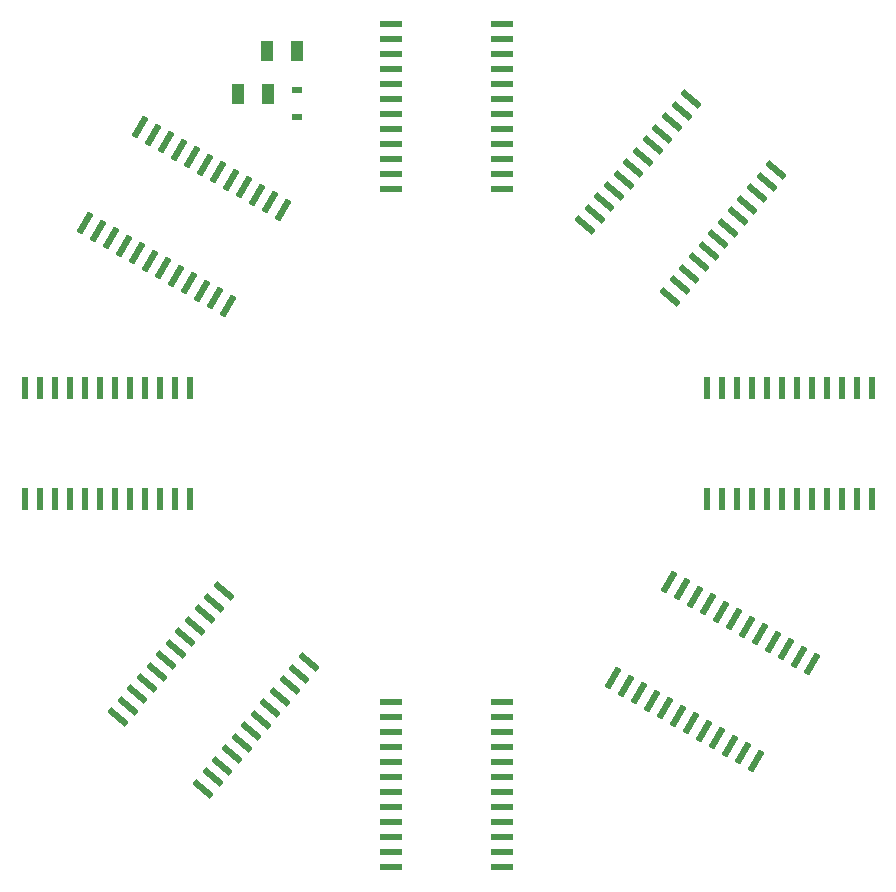
<source format=gtp>
G04*
G04 #@! TF.GenerationSoftware,Altium Limited,Altium Designer,23.1.1 (15)*
G04*
G04 Layer_Color=8421504*
%FSLAX25Y25*%
%MOIN*%
G70*
G04*
G04 #@! TF.SameCoordinates,26756865-A546-46B2-AE66-A5EF7FACC8B2*
G04*
G04*
G04 #@! TF.FilePolarity,Positive*
G04*
G01*
G75*
%ADD13R,0.07677X0.02165*%
%ADD14R,0.07677X0.02165*%
%ADD15R,0.07677X0.02165*%
%ADD16R,0.07677X0.02165*%
%ADD17R,0.02165X0.07677*%
G04:AMPARAMS|DCode=18|XSize=76.77mil|YSize=21.65mil|CornerRadius=0mil|HoleSize=0mil|Usage=FLASHONLY|Rotation=60.000|XOffset=0mil|YOffset=0mil|HoleType=Round|Shape=Rectangle|*
%AMROTATEDRECTD18*
4,1,4,-0.00982,-0.03866,-0.02857,-0.02783,0.00982,0.03866,0.02857,0.02783,-0.00982,-0.03866,0.0*
%
%ADD18ROTATEDRECTD18*%

G04:AMPARAMS|DCode=19|XSize=76.77mil|YSize=21.65mil|CornerRadius=0mil|HoleSize=0mil|Usage=FLASHONLY|Rotation=60.000|XOffset=0mil|YOffset=0mil|HoleType=Round|Shape=Rectangle|*
%AMROTATEDRECTD19*
4,1,4,-0.00982,-0.03866,-0.02857,-0.02783,0.00982,0.03866,0.02857,0.02783,-0.00982,-0.03866,0.0*
%
%ADD19ROTATEDRECTD19*%

G04:AMPARAMS|DCode=20|XSize=76.77mil|YSize=21.65mil|CornerRadius=0mil|HoleSize=0mil|Usage=FLASHONLY|Rotation=60.000|XOffset=0mil|YOffset=0mil|HoleType=Round|Shape=Rectangle|*
%AMROTATEDRECTD20*
4,1,4,-0.00982,-0.03866,-0.02857,-0.02783,0.00982,0.03866,0.02857,0.02783,-0.00982,-0.03866,0.0*
%
%ADD20ROTATEDRECTD20*%

%ADD21R,0.02165X0.07677*%
%ADD22R,0.02165X0.07677*%
%ADD23R,0.02165X0.07677*%
G04:AMPARAMS|DCode=24|XSize=76.77mil|YSize=21.65mil|CornerRadius=0mil|HoleSize=0mil|Usage=FLASHONLY|Rotation=140.000|XOffset=0mil|YOffset=0mil|HoleType=Round|Shape=Rectangle|*
%AMROTATEDRECTD24*
4,1,4,0.03637,-0.01638,0.02245,-0.03297,-0.03637,0.01638,-0.02245,0.03297,0.03637,-0.01638,0.0*
%
%ADD24ROTATEDRECTD24*%

G04:AMPARAMS|DCode=25|XSize=76.77mil|YSize=21.65mil|CornerRadius=0mil|HoleSize=0mil|Usage=FLASHONLY|Rotation=140.000|XOffset=0mil|YOffset=0mil|HoleType=Round|Shape=Rectangle|*
%AMROTATEDRECTD25*
4,1,4,0.03636,-0.01638,0.02245,-0.03297,-0.03636,0.01638,-0.02245,0.03297,0.03636,-0.01638,0.0*
%
%ADD25ROTATEDRECTD25*%

G04:AMPARAMS|DCode=26|XSize=76.77mil|YSize=21.65mil|CornerRadius=0mil|HoleSize=0mil|Usage=FLASHONLY|Rotation=140.000|XOffset=0mil|YOffset=0mil|HoleType=Round|Shape=Rectangle|*
%AMROTATEDRECTD26*
4,1,4,0.03636,-0.01638,0.02245,-0.03297,-0.03636,0.01638,-0.02245,0.03297,0.03636,-0.01638,0.0*
%
%ADD26ROTATEDRECTD26*%

G04:AMPARAMS|DCode=27|XSize=76.77mil|YSize=21.65mil|CornerRadius=0mil|HoleSize=0mil|Usage=FLASHONLY|Rotation=140.000|XOffset=0mil|YOffset=0mil|HoleType=Round|Shape=Rectangle|*
%AMROTATEDRECTD27*
4,1,4,0.03636,-0.01638,0.02245,-0.03297,-0.03636,0.01638,-0.02245,0.03297,0.03636,-0.01638,0.0*
%
%ADD27ROTATEDRECTD27*%

G04:AMPARAMS|DCode=28|XSize=76.77mil|YSize=21.65mil|CornerRadius=0mil|HoleSize=0mil|Usage=FLASHONLY|Rotation=240.000|XOffset=0mil|YOffset=0mil|HoleType=Round|Shape=Rectangle|*
%AMROTATEDRECTD28*
4,1,4,0.00982,0.03866,0.02857,0.02783,-0.00982,-0.03866,-0.02857,-0.02783,0.00982,0.03866,0.0*
%
%ADD28ROTATEDRECTD28*%

%ADD29R,0.04156X0.06528*%
%ADD30R,0.03268X0.02480*%
D13*
X18004Y140000D02*
D03*
Y100000D02*
D03*
Y90000D02*
D03*
X-19004Y125000D02*
D03*
D14*
X18004Y135000D02*
D03*
X18004Y129999D02*
D03*
X18004Y125000D02*
D03*
Y120000D02*
D03*
Y110000D02*
D03*
X18004Y105001D02*
D03*
X18004Y95000D02*
D03*
X-19004Y85000D02*
D03*
Y100000D02*
D03*
X-19004Y105000D02*
D03*
Y110000D02*
D03*
Y115000D02*
D03*
Y130000D02*
D03*
X-19004Y135000D02*
D03*
X18004Y-141181D02*
D03*
Y-136181D02*
D03*
Y-131181D02*
D03*
Y-126181D02*
D03*
Y-121181D02*
D03*
Y-116181D02*
D03*
Y-111181D02*
D03*
Y-106181D02*
D03*
Y-101181D02*
D03*
Y-96181D02*
D03*
Y-91181D02*
D03*
Y-86181D02*
D03*
X-19004D02*
D03*
Y-91181D02*
D03*
Y-96181D02*
D03*
Y-101181D02*
D03*
Y-106181D02*
D03*
Y-111181D02*
D03*
Y-116181D02*
D03*
Y-121181D02*
D03*
Y-126181D02*
D03*
Y-131181D02*
D03*
Y-136181D02*
D03*
Y-141181D02*
D03*
D15*
X18004Y114999D02*
D03*
X-19004Y120000D02*
D03*
Y140000D02*
D03*
D16*
X18004Y85000D02*
D03*
X-19004Y90000D02*
D03*
Y95000D02*
D03*
D17*
X-141181Y18504D02*
D03*
X-136181D02*
D03*
X-131181D02*
D03*
X-126181D02*
D03*
X-121181D02*
D03*
X-116181D02*
D03*
X-111181D02*
D03*
X-106181D02*
D03*
X-101181D02*
D03*
X-96181D02*
D03*
X-91181D02*
D03*
X-86181D02*
D03*
Y-18504D02*
D03*
X-91181D02*
D03*
X-96181D02*
D03*
X-101181D02*
D03*
X-106181D02*
D03*
X-111181D02*
D03*
X-116181D02*
D03*
X-121181D02*
D03*
X-126181D02*
D03*
X-131181D02*
D03*
X-136181D02*
D03*
X-141181D02*
D03*
X96181D02*
D03*
X111183Y-18503D02*
D03*
X116181Y-18504D02*
D03*
X126181Y-18504D02*
D03*
D18*
X121131Y-73501D02*
D03*
X108140Y-66000D02*
D03*
X95150Y-58501D02*
D03*
X67986Y-85550D02*
D03*
X80976Y-93051D02*
D03*
X93967Y-100550D02*
D03*
X-93967Y100550D02*
D03*
X-77829Y48501D02*
D03*
X-54995Y78051D02*
D03*
X-80976Y93050D02*
D03*
X-89636Y98050D02*
D03*
D19*
X116801Y-71001D02*
D03*
X112470Y-68501D02*
D03*
X103810Y-63501D02*
D03*
X99480Y-61001D02*
D03*
X90820Y-56001D02*
D03*
X86490Y-53501D02*
D03*
X82160Y-51000D02*
D03*
X77829Y-48501D02*
D03*
X73499Y-46000D02*
D03*
X59325Y-80550D02*
D03*
X63656Y-83051D02*
D03*
X72316Y-88051D02*
D03*
X76646Y-90551D02*
D03*
X85306Y-95551D02*
D03*
X89636Y-98050D02*
D03*
X98297Y-103050D02*
D03*
X102627Y-105551D02*
D03*
X-116801Y71001D02*
D03*
X-112470Y68501D02*
D03*
X-108140Y66001D02*
D03*
X-73499Y46001D02*
D03*
X-59325Y80550D02*
D03*
X-63656Y83051D02*
D03*
X-67986Y85550D02*
D03*
X-103810Y63501D02*
D03*
X-99480Y61001D02*
D03*
X-95151Y58502D02*
D03*
X-86490Y53501D02*
D03*
X-82160Y51001D02*
D03*
X-72316Y88051D02*
D03*
X-76646Y90551D02*
D03*
X-85306Y95551D02*
D03*
X-98297Y103050D02*
D03*
X-102627Y105551D02*
D03*
D20*
X54995Y-78050D02*
D03*
D21*
X141181Y18504D02*
D03*
X131181D02*
D03*
X126181D02*
D03*
X111181D02*
D03*
X106181D02*
D03*
X96181D02*
D03*
X91181D02*
D03*
X86181Y-18504D02*
D03*
X91181D02*
D03*
X101181D02*
D03*
X106181D02*
D03*
X121181D02*
D03*
X131181D02*
D03*
X136181D02*
D03*
X141181D02*
D03*
D22*
X136181Y18504D02*
D03*
X116180Y18503D02*
D03*
X86181Y18504D02*
D03*
D23*
X121181Y18504D02*
D03*
X101181D02*
D03*
D24*
X81002Y114960D02*
D03*
X71360Y103470D02*
D03*
X58504Y88149D02*
D03*
X52076Y80488D02*
D03*
X77212Y52870D02*
D03*
X86854Y64360D02*
D03*
X90068Y68190D02*
D03*
X102924Y83512D02*
D03*
X-103632Y-83512D02*
D03*
X-81710Y-114960D02*
D03*
X-78496Y-111130D02*
D03*
X-75283Y-107300D02*
D03*
X-68855Y-99639D02*
D03*
X-62427Y-91979D02*
D03*
X-59213Y-88149D02*
D03*
X-49571Y-76658D02*
D03*
X-74707Y-49040D02*
D03*
X-77921Y-52870D02*
D03*
X-84349Y-60530D02*
D03*
X-87563Y-64361D02*
D03*
X-93990Y-72021D02*
D03*
X-97204Y-75851D02*
D03*
X-106846Y-87342D02*
D03*
X106138Y87342D02*
D03*
X96496Y75851D02*
D03*
X93282Y72021D02*
D03*
X83640Y60530D02*
D03*
X80426Y56700D02*
D03*
X45649Y72828D02*
D03*
X48862Y76658D02*
D03*
X55290Y84319D02*
D03*
X74574Y107300D02*
D03*
D25*
X73998Y49040D02*
D03*
X-72069Y-103470D02*
D03*
X-65640Y-95807D02*
D03*
X-52785Y-80488D02*
D03*
X-46357Y-72828D02*
D03*
X61718Y91979D02*
D03*
X64932Y95809D02*
D03*
X77788Y111130D02*
D03*
D26*
X99710Y79681D02*
D03*
X-110060Y-91172D02*
D03*
D27*
X109352Y91172D02*
D03*
X-55999Y-84319D02*
D03*
X-81135Y-56700D02*
D03*
X-90776Y-68191D02*
D03*
X-100418Y-79681D02*
D03*
X68146Y99640D02*
D03*
D28*
X-121131Y73501D02*
D03*
X-90820Y56001D02*
D03*
D29*
X-70000Y116500D02*
D03*
X-59951D02*
D03*
X-50475Y131000D02*
D03*
X-60525D02*
D03*
D30*
X-50500Y117890D02*
D03*
Y109110D02*
D03*
M02*

</source>
